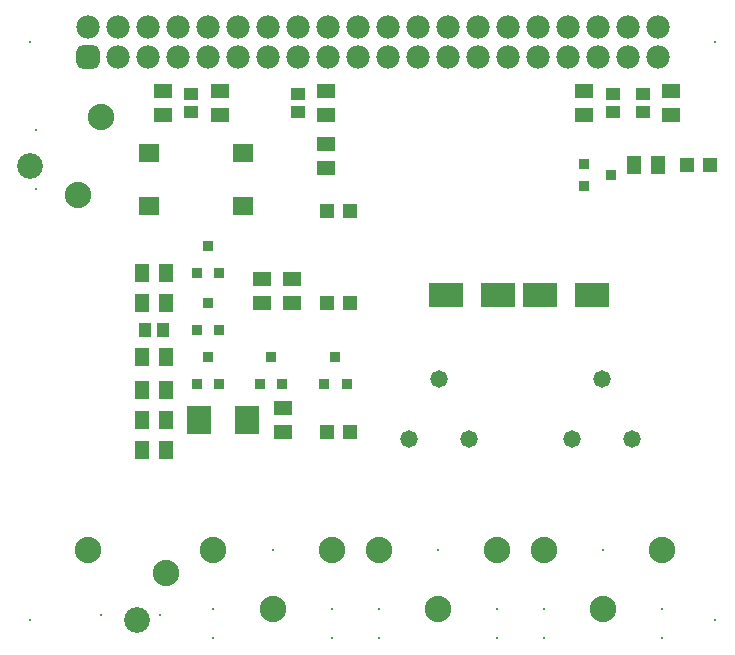
<source format=gts>
G04*
G04 #@! TF.GenerationSoftware,Altium Limited,Altium Designer,20.2.4 (192)*
G04*
G04 Layer_Color=8388736*
%FSLAX25Y25*%
%MOIN*%
G70*
G04*
G04 #@! TF.SameCoordinates,F9DD2519-DED0-4D21-AB53-5B03216E6D2C*
G04*
G04*
G04 #@! TF.FilePolarity,Negative*
G04*
G01*
G75*
%ADD25R,0.03800X0.03800*%
%ADD26R,0.04200X0.05000*%
%ADD27R,0.04800X0.06300*%
%ADD28R,0.11233X0.07887*%
%ADD29R,0.05000X0.04200*%
%ADD30R,0.03800X0.03800*%
%ADD31R,0.06300X0.04800*%
%ADD32R,0.07887X0.09580*%
%ADD33R,0.07887X0.09595*%
%ADD34R,0.04737X0.05131*%
%ADD35R,0.06900X0.06000*%
%ADD36C,0.05800*%
%ADD37C,0.08800*%
%ADD38C,0.00800*%
%ADD39C,0.07800*%
G04:AMPARAMS|DCode=40|XSize=78mil|YSize=78mil|CornerRadius=21.5mil|HoleSize=0mil|Usage=FLASHONLY|Rotation=0.000|XOffset=0mil|YOffset=0mil|HoleType=Round|Shape=RoundedRectangle|*
%AMROUNDEDRECTD40*
21,1,0.07800,0.03500,0,0,0.0*
21,1,0.03500,0.07800,0,0,0.0*
1,1,0.04300,0.01750,-0.01750*
1,1,0.04300,-0.01750,-0.01750*
1,1,0.04300,-0.01750,0.01750*
1,1,0.04300,0.01750,0.01750*
%
%ADD40ROUNDEDRECTD40*%
%ADD41C,0.08600*%
D25*
X165500Y-35750D02*
D03*
X174500Y-39500D02*
D03*
X165500Y-43250D02*
D03*
D26*
X25000Y-91000D02*
D03*
X19000D02*
D03*
D27*
X26000Y-100000D02*
D03*
X18000D02*
D03*
Y-72000D02*
D03*
X26000D02*
D03*
Y-82000D02*
D03*
X18000D02*
D03*
X26000Y-131000D02*
D03*
X18000D02*
D03*
Y-111000D02*
D03*
X26000D02*
D03*
X18000Y-121000D02*
D03*
X26000D02*
D03*
X182000Y-36000D02*
D03*
X190000D02*
D03*
D28*
X119339Y-79500D02*
D03*
X136661D02*
D03*
X168161D02*
D03*
X150839D02*
D03*
D29*
X185000Y-18500D02*
D03*
Y-12500D02*
D03*
X175000Y-18500D02*
D03*
Y-12500D02*
D03*
X70000D02*
D03*
Y-18500D02*
D03*
X34500Y-12500D02*
D03*
Y-18500D02*
D03*
D30*
X36250Y-72000D02*
D03*
X40000Y-63000D02*
D03*
X43750Y-72000D02*
D03*
X36250Y-91000D02*
D03*
X40000Y-82000D02*
D03*
X43750Y-91000D02*
D03*
X57250Y-109000D02*
D03*
X61000Y-100000D02*
D03*
X64750Y-109000D02*
D03*
X36250D02*
D03*
X40000Y-100000D02*
D03*
X43750Y-109000D02*
D03*
X86250D02*
D03*
X82500Y-100000D02*
D03*
X78750Y-109000D02*
D03*
D31*
X58000Y-74000D02*
D03*
Y-82000D02*
D03*
X68000D02*
D03*
Y-74000D02*
D03*
X79500Y-29000D02*
D03*
Y-37000D02*
D03*
X194500Y-19500D02*
D03*
Y-11500D02*
D03*
X165500Y-19500D02*
D03*
Y-11500D02*
D03*
X79500Y-19500D02*
D03*
Y-11500D02*
D03*
X25000D02*
D03*
Y-19500D02*
D03*
X65000Y-125000D02*
D03*
Y-117000D02*
D03*
X44000Y-11500D02*
D03*
Y-19500D02*
D03*
D32*
X37000Y-121000D02*
D03*
D33*
X53000D02*
D03*
D34*
X87437Y-82000D02*
D03*
X79563D02*
D03*
X87437Y-51500D02*
D03*
X79563D02*
D03*
X207437Y-36000D02*
D03*
X199563D02*
D03*
X87437Y-125000D02*
D03*
X79563D02*
D03*
D35*
X20350Y-49858D02*
D03*
Y-32142D02*
D03*
X51650D02*
D03*
Y-49858D02*
D03*
D36*
X161500Y-127500D02*
D03*
X181500D02*
D03*
X171500Y-107500D02*
D03*
X107000Y-127500D02*
D03*
X127000D02*
D03*
X117000Y-107500D02*
D03*
D37*
X152087Y-164291D02*
D03*
X191457D02*
D03*
X171772Y-183976D02*
D03*
X96969Y-164291D02*
D03*
X136339D02*
D03*
X116654Y-183976D02*
D03*
X41850Y-164291D02*
D03*
X81221D02*
D03*
X61535Y-183976D02*
D03*
X4449Y-20197D02*
D03*
X-3425Y-46181D02*
D03*
X26102Y-172165D02*
D03*
X118Y-164291D02*
D03*
D38*
X171772Y-164291D02*
D03*
X152087Y-193819D02*
D03*
X191457D02*
D03*
X152087Y-183976D02*
D03*
X191457D02*
D03*
X116654Y-164291D02*
D03*
X96969Y-193819D02*
D03*
X136339D02*
D03*
X96969Y-183976D02*
D03*
X136339D02*
D03*
X61535Y-164291D02*
D03*
X41850Y-193819D02*
D03*
X81221D02*
D03*
X41850Y-183976D02*
D03*
X81221D02*
D03*
X209173Y5000D02*
D03*
X-19173D02*
D03*
X209173Y-187913D02*
D03*
X-19173D02*
D03*
X-17205Y-44213D02*
D03*
Y-24528D02*
D03*
X4449Y-185945D02*
D03*
X24134D02*
D03*
D39*
X0Y10000D02*
D03*
X10000D02*
D03*
X20000D02*
D03*
X30000D02*
D03*
X40000D02*
D03*
X50000D02*
D03*
X60000D02*
D03*
X70000D02*
D03*
X80000D02*
D03*
X90000D02*
D03*
X100000D02*
D03*
X110000D02*
D03*
X120000D02*
D03*
X130000D02*
D03*
X140000D02*
D03*
X150000D02*
D03*
X160000D02*
D03*
X170000D02*
D03*
X180000D02*
D03*
X190000D02*
D03*
X10000Y0D02*
D03*
X20000D02*
D03*
X30000D02*
D03*
X40000D02*
D03*
X50000D02*
D03*
X60000D02*
D03*
X70000D02*
D03*
X80000D02*
D03*
X90000D02*
D03*
X100000D02*
D03*
X110000D02*
D03*
X120000D02*
D03*
X130000D02*
D03*
X140000D02*
D03*
X150000D02*
D03*
X160000D02*
D03*
X170000D02*
D03*
X180000D02*
D03*
X190000D02*
D03*
D40*
X0D02*
D03*
D41*
X-19173Y-36339D02*
D03*
X16260Y-187913D02*
D03*
M02*

</source>
